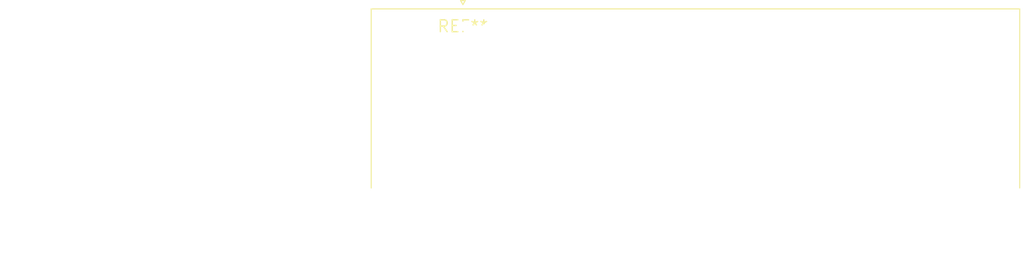
<source format=kicad_pcb>
(kicad_pcb (version 20240108) (generator pcbnew)
  (layers (0 "F.Cu" signal) (31 "B.Cu" signal) (34 "B.Paste" user) (35 "F.Paste" user) (36 "B.SilkS" user "B.Silkscreen") (37 "F.SilkS" user "F.Silkscreen") (38 "B.Mask" user) (39 "F.Mask" user) (44 "Edge.Cuts" user))
  (net 0 "")
  (footprint "DSUB-37_Male_Horizontal_P2.77x2.84mm_EdgePinOffset14.56mm_Housed_MountingHolesOffset8.20mm" (layer "F.Cu") (at 0 0)
    (property "Reference" "REF**")
    (property "Value" "DSUB-37_Male_Horizontal_P2.77x2.84mm_EdgePinOffset14.56mm_Housed_MountingHolesOffset8.20mm")
    (fp_line (start -9.83 -1.86) (end 59.69 -1.86) (layer "F.SilkS") (stroke (width 0.12)))
    (fp_line (start -9.83 17.34) (end -9.83 -1.86) (layer "F.SilkS") (stroke (width 0.12)))
    (fp_line (start -0.25 -2.754338) (end 0.25 -2.754338) (layer "F.SilkS") (stroke (width 0.12)))
    (fp_line (start 0 -2.321325) (end -0.25 -2.754338) (layer "F.SilkS") (stroke (width 0.12)))
    (fp_line (start 0.25 -2.754338) (end 0 -2.321325) (layer "F.SilkS") (stroke (width 0.12)))
    (fp_line (start 59.69 -1.86) (end 59.69 17.34) (layer "F.SilkS") (stroke (width 0.12)))
    (pad "0" thru_hole circle (at -6.82 9.2) (size 4 4) (drill 3.2) (layers *.Cu *.Mask) (remove_unused_layers))
    (pad "0" thru_hole circle (at 56.68 9.2) (size 4 4) (drill 3.2) (layers *.Cu *.Mask) (remove_unused_layers))
    (pad "1" thru_hole rect (at 0 0) (size 1.6 1.6) (drill 1) (layers *.Cu *.Mask) (remove_unused_layers))
    (pad "2" thru_hole circle (at 2.77 0) (size 1.6 1.6) (drill 1) (layers *.Cu *.Mask) (remove_unused_layers))
    (pad "3" thru_hole circle (at 5.54 0) (size 1.6 1.6) (drill 1) (layers *.Cu *.Mask) (remove_unused_layers))
    (pad "4" thru_hole circle (at 8.31 0) (size 1.6 1.6) (drill 1) (layers *.Cu *.Mask) (remove_unused_layers))
    (pad "5" thru_hole circle (at 11.08 0) (size 1.6 1.6) (drill 1) (layers *.Cu *.Mask) (remove_unused_layers))
    (pad "6" thru_hole circle (at 13.85 0) (size 1.6 1.6) (drill 1) (layers *.Cu *.Mask) (remove_unused_layers))
    (pad "7" thru_hole circle (at 16.62 0) (size 1.6 1.6) (drill 1) (layers *.Cu *.Mask) (remove_unused_layers))
    (pad "8" thru_hole circle (at 19.39 0) (size 1.6 1.6) (drill 1) (layers *.Cu *.Mask) (remove_unused_layers))
    (pad "9" thru_hole circle (at 22.16 0) (size 1.6 1.6) (drill 1) (layers *.Cu *.Mask) (remove_unused_layers))
    (pad "10" thru_hole circle (at 24.93 0) (size 1.6 1.6) (drill 1) (layers *.Cu *.Mask) (remove_unused_layers))
    (pad "11" thru_hole circle (at 27.7 0) (size 1.6 1.6) (drill 1) (layers *.Cu *.Mask) (remove_unused_layers))
    (pad "12" thru_hole circle (at 30.47 0) (size 1.6 1.6) (drill 1) (layers *.Cu *.Mask) (remove_unused_layers))
    (pad "13" thru_hole circle (at 33.24 0) (size 1.6 1.6) (drill 1) (layers *.Cu *.Mask) (remove_unused_layers))
    (pad "14" thru_hole circle (at 36.01 0) (size 1.6 1.6) (drill 1) (layers *.Cu *.Mask) (remove_unused_layers))
    (pad "15" thru_hole circle (at 38.78 0) (size 1.6 1.6) (drill 1) (layers *.Cu *.Mask) (remove_unused_layers))
    (pad "16" thru_hole circle (at 41.55 0) (size 1.6 1.6) (drill 1) (layers *.Cu *.Mask) (remove_unused_layers))
    (pad "17" thru_hole circle (at 44.32 0) (size 1.6 1.6) (drill 1) (layers *.Cu *.Mask) (remove_unused_layers))
    (pad "18" thru_hole circle (at 47.09 0) (size 1.6 1.6) (drill 1) (layers *.Cu *.Mask) (remove_unused_layers))
    (pad "19" thru_hole circle (at 49.86 0) (size 1.6 1.6) (drill 1) (layers *.Cu *.Mask) (remove_unused_layers))
    (pad "20" thru_hole circle (at 1.385 2.84) (size 1.6 1.6) (drill 1) (layers *.Cu *.Mask) (remove_unused_layers))
    (pad "21" thru_hole circle (at 4.155 2.84) (size 1.6 1.6) (drill 1) (layers *.Cu *.Mask) (remove_unused_layers))
    (pad "22" thru_hole circle (at 6.925 2.84) (size 1.6 1.6) (drill 1) (layers *.Cu *.Mask) (remove_unused_layers))
    (pad "23" thru_hole circle (at 9.695 2.84) (size 1.6 1.6) (drill 1) (layers *.Cu *.Mask) (remove_unused_layers))
    (pad "24" thru_hole circle (at 12.465 2.84) (size 1.6 1.6) (drill 1) (layers *.Cu *.Mask) (remove_unused_layers))
    (pad "25" thru_hole circle (at 15.235 2.84) (size 1.6 1.6) (drill 1) (layers *.Cu *.Mask) (remove_unused_layers))
    (pad "26" thru_hole circle (at 18.005 2.84) (size 1.6 1.6) (drill 1) (layers *.Cu *.Mask) (remove_unused_layers))
    (pad "27" thru_hole circle (at 20.775 2.84) (size 1.6 1.6) (drill 1) (layers *.Cu *.Mask) (remove_unused_layers))
    (pad "28" thru_hole circle (at 23.545 2.84) (size 1.6 1.6) (drill 1) (layers *.Cu *.Mask) (remove_unused_layers))
    (pad "29" thru_hole circle (at 26.315 2.84) (size 1.6 1.6) (drill 1) (layers *.Cu *.Mask) (remove_unused_layers))
    (pad "30" thru_hole circle (at 29.085 2.84) (size 1.6 1.6) (drill 1) (layers *.Cu *.Mask) (remove_unused_layers))
    (pad "31" thru_hole circle (at 31.855 2.84) (size 1.6 1.6) (drill 1) (layers *.Cu *.Mask) (remove_unused_layers))
    (pad "32" thru_hole circle (at 34.625 2.84) (size 1.6 1.6) (drill 1) (layers *.Cu *.Mask) (remove_unused_layers))
    (pad "33" thru_hole circle (at 37.395 2.84) (size 1.6 1.6) (drill 1) (layers *.Cu *.Mask) (remove_unused_layers))
    (pad "34" thru_hole circle (at 40.165 2.84) (size 1.6 1.6) (drill 1) (layers *.Cu *.Mask) (remove_unused_layers))
    (pad "35" thru_hole circle (at 42.935 2.84) (size 1.6 1.6) (drill 1) (layers *.Cu *.Mask) (remove_unused_layers))
    (pad "36" thru_hole circle (at 45.705 2.84) (size 1.6 1.6) (drill 1) (layers *.Cu *.Mask) (remove_unused_layers))
    (pad "37" thru_hole circle (at 48.475 2.84) (size 1.6 1.6) (drill 1) (layers *.Cu *.Mask) (remove_unused_layers))
  )
)
</source>
